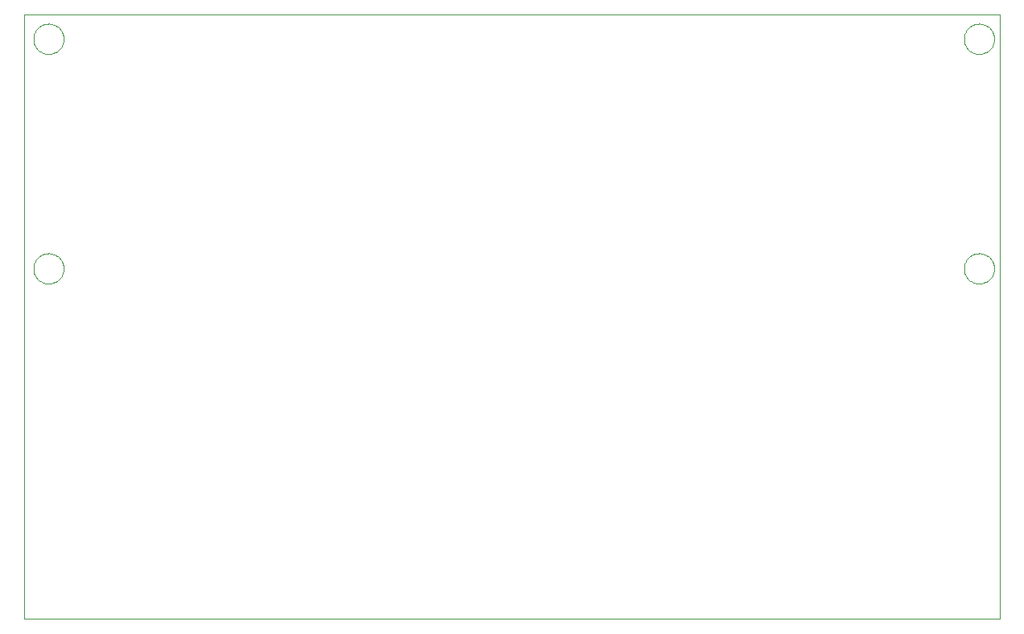
<source format=gko>
G75*
%MOIN*%
%OFA0B0*%
%FSLAX24Y24*%
%IPPOS*%
%LPD*%
%AMOC8*
5,1,8,0,0,1.08239X$1,22.5*
%
%ADD10C,0.0000*%
D10*
X000180Y000180D02*
X000180Y025176D01*
X040550Y025176D01*
X040550Y000180D01*
X000180Y000180D01*
X000555Y014680D02*
X000557Y014730D01*
X000563Y014779D01*
X000573Y014828D01*
X000586Y014875D01*
X000604Y014922D01*
X000625Y014967D01*
X000649Y015010D01*
X000677Y015051D01*
X000708Y015090D01*
X000742Y015126D01*
X000779Y015160D01*
X000819Y015190D01*
X000860Y015217D01*
X000904Y015241D01*
X000949Y015261D01*
X000996Y015277D01*
X001044Y015290D01*
X001093Y015299D01*
X001143Y015304D01*
X001192Y015305D01*
X001242Y015302D01*
X001291Y015295D01*
X001340Y015284D01*
X001387Y015270D01*
X001433Y015251D01*
X001478Y015229D01*
X001521Y015204D01*
X001561Y015175D01*
X001599Y015143D01*
X001635Y015109D01*
X001668Y015071D01*
X001697Y015031D01*
X001723Y014989D01*
X001746Y014945D01*
X001765Y014899D01*
X001781Y014852D01*
X001793Y014803D01*
X001801Y014754D01*
X001805Y014705D01*
X001805Y014655D01*
X001801Y014606D01*
X001793Y014557D01*
X001781Y014508D01*
X001765Y014461D01*
X001746Y014415D01*
X001723Y014371D01*
X001697Y014329D01*
X001668Y014289D01*
X001635Y014251D01*
X001599Y014217D01*
X001561Y014185D01*
X001521Y014156D01*
X001478Y014131D01*
X001433Y014109D01*
X001387Y014090D01*
X001340Y014076D01*
X001291Y014065D01*
X001242Y014058D01*
X001192Y014055D01*
X001143Y014056D01*
X001093Y014061D01*
X001044Y014070D01*
X000996Y014083D01*
X000949Y014099D01*
X000904Y014119D01*
X000860Y014143D01*
X000819Y014170D01*
X000779Y014200D01*
X000742Y014234D01*
X000708Y014270D01*
X000677Y014309D01*
X000649Y014350D01*
X000625Y014393D01*
X000604Y014438D01*
X000586Y014485D01*
X000573Y014532D01*
X000563Y014581D01*
X000557Y014630D01*
X000555Y014680D01*
X000555Y024180D02*
X000557Y024230D01*
X000563Y024279D01*
X000573Y024328D01*
X000586Y024375D01*
X000604Y024422D01*
X000625Y024467D01*
X000649Y024510D01*
X000677Y024551D01*
X000708Y024590D01*
X000742Y024626D01*
X000779Y024660D01*
X000819Y024690D01*
X000860Y024717D01*
X000904Y024741D01*
X000949Y024761D01*
X000996Y024777D01*
X001044Y024790D01*
X001093Y024799D01*
X001143Y024804D01*
X001192Y024805D01*
X001242Y024802D01*
X001291Y024795D01*
X001340Y024784D01*
X001387Y024770D01*
X001433Y024751D01*
X001478Y024729D01*
X001521Y024704D01*
X001561Y024675D01*
X001599Y024643D01*
X001635Y024609D01*
X001668Y024571D01*
X001697Y024531D01*
X001723Y024489D01*
X001746Y024445D01*
X001765Y024399D01*
X001781Y024352D01*
X001793Y024303D01*
X001801Y024254D01*
X001805Y024205D01*
X001805Y024155D01*
X001801Y024106D01*
X001793Y024057D01*
X001781Y024008D01*
X001765Y023961D01*
X001746Y023915D01*
X001723Y023871D01*
X001697Y023829D01*
X001668Y023789D01*
X001635Y023751D01*
X001599Y023717D01*
X001561Y023685D01*
X001521Y023656D01*
X001478Y023631D01*
X001433Y023609D01*
X001387Y023590D01*
X001340Y023576D01*
X001291Y023565D01*
X001242Y023558D01*
X001192Y023555D01*
X001143Y023556D01*
X001093Y023561D01*
X001044Y023570D01*
X000996Y023583D01*
X000949Y023599D01*
X000904Y023619D01*
X000860Y023643D01*
X000819Y023670D01*
X000779Y023700D01*
X000742Y023734D01*
X000708Y023770D01*
X000677Y023809D01*
X000649Y023850D01*
X000625Y023893D01*
X000604Y023938D01*
X000586Y023985D01*
X000573Y024032D01*
X000563Y024081D01*
X000557Y024130D01*
X000555Y024180D01*
X039055Y024180D02*
X039057Y024230D01*
X039063Y024279D01*
X039073Y024328D01*
X039086Y024375D01*
X039104Y024422D01*
X039125Y024467D01*
X039149Y024510D01*
X039177Y024551D01*
X039208Y024590D01*
X039242Y024626D01*
X039279Y024660D01*
X039319Y024690D01*
X039360Y024717D01*
X039404Y024741D01*
X039449Y024761D01*
X039496Y024777D01*
X039544Y024790D01*
X039593Y024799D01*
X039643Y024804D01*
X039692Y024805D01*
X039742Y024802D01*
X039791Y024795D01*
X039840Y024784D01*
X039887Y024770D01*
X039933Y024751D01*
X039978Y024729D01*
X040021Y024704D01*
X040061Y024675D01*
X040099Y024643D01*
X040135Y024609D01*
X040168Y024571D01*
X040197Y024531D01*
X040223Y024489D01*
X040246Y024445D01*
X040265Y024399D01*
X040281Y024352D01*
X040293Y024303D01*
X040301Y024254D01*
X040305Y024205D01*
X040305Y024155D01*
X040301Y024106D01*
X040293Y024057D01*
X040281Y024008D01*
X040265Y023961D01*
X040246Y023915D01*
X040223Y023871D01*
X040197Y023829D01*
X040168Y023789D01*
X040135Y023751D01*
X040099Y023717D01*
X040061Y023685D01*
X040021Y023656D01*
X039978Y023631D01*
X039933Y023609D01*
X039887Y023590D01*
X039840Y023576D01*
X039791Y023565D01*
X039742Y023558D01*
X039692Y023555D01*
X039643Y023556D01*
X039593Y023561D01*
X039544Y023570D01*
X039496Y023583D01*
X039449Y023599D01*
X039404Y023619D01*
X039360Y023643D01*
X039319Y023670D01*
X039279Y023700D01*
X039242Y023734D01*
X039208Y023770D01*
X039177Y023809D01*
X039149Y023850D01*
X039125Y023893D01*
X039104Y023938D01*
X039086Y023985D01*
X039073Y024032D01*
X039063Y024081D01*
X039057Y024130D01*
X039055Y024180D01*
X039055Y014680D02*
X039057Y014730D01*
X039063Y014779D01*
X039073Y014828D01*
X039086Y014875D01*
X039104Y014922D01*
X039125Y014967D01*
X039149Y015010D01*
X039177Y015051D01*
X039208Y015090D01*
X039242Y015126D01*
X039279Y015160D01*
X039319Y015190D01*
X039360Y015217D01*
X039404Y015241D01*
X039449Y015261D01*
X039496Y015277D01*
X039544Y015290D01*
X039593Y015299D01*
X039643Y015304D01*
X039692Y015305D01*
X039742Y015302D01*
X039791Y015295D01*
X039840Y015284D01*
X039887Y015270D01*
X039933Y015251D01*
X039978Y015229D01*
X040021Y015204D01*
X040061Y015175D01*
X040099Y015143D01*
X040135Y015109D01*
X040168Y015071D01*
X040197Y015031D01*
X040223Y014989D01*
X040246Y014945D01*
X040265Y014899D01*
X040281Y014852D01*
X040293Y014803D01*
X040301Y014754D01*
X040305Y014705D01*
X040305Y014655D01*
X040301Y014606D01*
X040293Y014557D01*
X040281Y014508D01*
X040265Y014461D01*
X040246Y014415D01*
X040223Y014371D01*
X040197Y014329D01*
X040168Y014289D01*
X040135Y014251D01*
X040099Y014217D01*
X040061Y014185D01*
X040021Y014156D01*
X039978Y014131D01*
X039933Y014109D01*
X039887Y014090D01*
X039840Y014076D01*
X039791Y014065D01*
X039742Y014058D01*
X039692Y014055D01*
X039643Y014056D01*
X039593Y014061D01*
X039544Y014070D01*
X039496Y014083D01*
X039449Y014099D01*
X039404Y014119D01*
X039360Y014143D01*
X039319Y014170D01*
X039279Y014200D01*
X039242Y014234D01*
X039208Y014270D01*
X039177Y014309D01*
X039149Y014350D01*
X039125Y014393D01*
X039104Y014438D01*
X039086Y014485D01*
X039073Y014532D01*
X039063Y014581D01*
X039057Y014630D01*
X039055Y014680D01*
M02*

</source>
